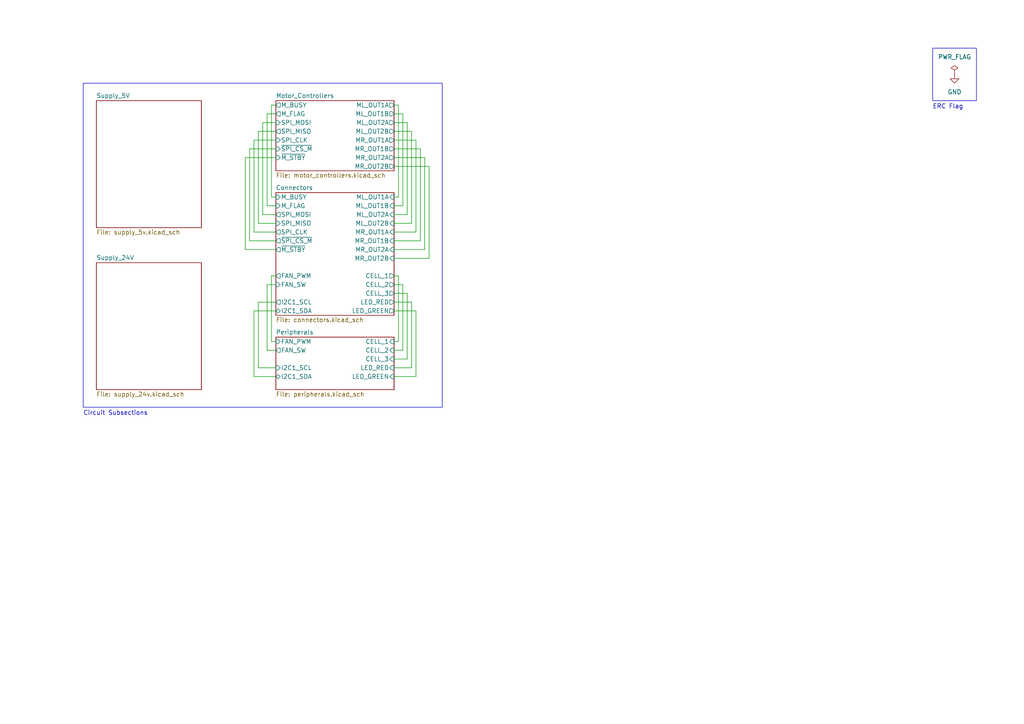
<source format=kicad_sch>
(kicad_sch (version 20230121) (generator eeschema)
  (paper "A4")
  (title_block (title "RPi Hat for MiniRys") (date "2023-11-29") (rev "6.0") (company "Kamil Adam Jabłoński"))
  (lib_symbols
    (symbol "power:GND" (power) (pin_names (offset 0))
      (property "Value" "GND" (at 0 -3.81 0))
      (symbol "GND_0_1"
        (polyline (pts (xy 0 0) (xy 0 -1.27) (xy 1.27 -1.27) (xy 0 -2.54) (xy -1.27 -1.27) (xy 0 -1.27)))
      )
      (symbol "GND_1_1"
        (pin power_in line (at 0 0 270) (length 0) hide (name "GND") (number "1"))
      )
    )
    (symbol "power:PWR_FLAG" (power) (pin_numbers hide) (pin_names (offset 0) hide)
      (property "Value" "PWR_FLAG" (at 0 3.81 0))
      (symbol "PWR_FLAG_0_0"
        (pin power_out line (at 0 0 90) (length 0) (name "pwr") (number "1"))
      )
      (symbol "PWR_FLAG_0_1"
        (polyline (pts (xy 0 0) (xy 0 1.27) (xy -1.016 1.905) (xy 0 2.54) (xy 1.016 1.905) (xy 0 1.27)))
      )
    )
  )
  (wire (pts (xy 77.47 101.6) (xy 80.01 101.6)))
  (wire (pts (xy 80.01 45.72) (xy 71.12 45.72)))
  (wire (pts (xy 80.01 43.18) (xy 72.39 43.18)))
  (wire (pts (xy 121.92 43.18) (xy 121.92 69.85)))
  (wire (pts (xy 114.3 33.02) (xy 116.84 33.02)))
  (wire (pts (xy 80.01 90.17) (xy 73.66 90.17)))
  (wire (pts (xy 124.46 74.93) (xy 114.3 74.93)))
  (wire (pts (xy 73.66 109.22) (xy 80.01 109.22)))
  (wire (pts (xy 80.01 38.1) (xy 74.93 38.1)))
  (wire (pts (xy 119.38 87.63) (xy 119.38 106.68)))
  (wire (pts (xy 80.01 35.56) (xy 76.2 35.56)))
  (wire (pts (xy 80.01 33.02) (xy 77.47 33.02)))
  (wire (pts (xy 114.3 67.31) (xy 120.65 67.31)))
  (wire (pts (xy 71.12 72.39) (xy 80.01 72.39)))
  (wire (pts (xy 114.3 90.17) (xy 120.65 90.17)))
  (wire (pts (xy 114.3 82.55) (xy 116.84 82.55)))
  (wire (pts (xy 78.74 30.48) (xy 78.74 57.15)))
  (wire (pts (xy 77.47 59.69) (xy 80.01 59.69)))
  (wire (pts (xy 80.01 30.48) (xy 78.74 30.48)))
  (wire (pts (xy 114.3 35.56) (xy 118.11 35.56)))
  (wire (pts (xy 114.3 38.1) (xy 119.38 38.1)))
  (wire (pts (xy 116.84 101.6) (xy 114.3 101.6)))
  (wire (pts (xy 119.38 106.68) (xy 114.3 106.68)))
  (wire (pts (xy 116.84 33.02) (xy 116.84 59.69)))
  (wire (pts (xy 77.47 33.02) (xy 77.47 59.69)))
  (wire (pts (xy 118.11 85.09) (xy 118.11 104.14)))
  (wire (pts (xy 124.46 48.26) (xy 124.46 74.93)))
  (wire (pts (xy 73.66 67.31) (xy 80.01 67.31)))
  (wire (pts (xy 71.12 45.72) (xy 71.12 72.39)))
  (wire (pts (xy 114.3 72.39) (xy 123.19 72.39)))
  (wire (pts (xy 115.57 30.48) (xy 115.57 57.15)))
  (wire (pts (xy 78.74 99.06) (xy 80.01 99.06)))
  (wire (pts (xy 119.38 64.77) (xy 114.3 64.77)))
  (wire (pts (xy 78.74 57.15) (xy 80.01 57.15)))
  (wire (pts (xy 118.11 104.14) (xy 114.3 104.14)))
  (wire (pts (xy 114.3 40.64) (xy 120.65 40.64)))
  (wire (pts (xy 115.57 57.15) (xy 114.3 57.15)))
  (wire (pts (xy 74.93 64.77) (xy 80.01 64.77)))
  (wire (pts (xy 80.01 87.63) (xy 74.93 87.63)))
  (wire (pts (xy 73.66 40.64) (xy 73.66 67.31)))
  (wire (pts (xy 116.84 59.69) (xy 114.3 59.69)))
  (wire (pts (xy 114.3 87.63) (xy 119.38 87.63)))
  (wire (pts (xy 114.3 45.72) (xy 123.19 45.72)))
  (wire (pts (xy 78.74 80.01) (xy 78.74 99.06)))
  (wire (pts (xy 76.2 35.56) (xy 76.2 62.23)))
  (wire (pts (xy 72.39 69.85) (xy 80.01 69.85)))
  (wire (pts (xy 73.66 90.17) (xy 73.66 109.22)))
  (wire (pts (xy 118.11 62.23) (xy 114.3 62.23)))
  (wire (pts (xy 76.2 62.23) (xy 80.01 62.23)))
  (wire (pts (xy 114.3 43.18) (xy 121.92 43.18)))
  (wire (pts (xy 80.01 40.64) (xy 73.66 40.64)))
  (wire (pts (xy 80.01 82.55) (xy 77.47 82.55)))
  (wire (pts (xy 123.19 45.72) (xy 123.19 72.39)))
  (wire (pts (xy 115.57 99.06) (xy 114.3 99.06)))
  (wire (pts (xy 115.57 80.01) (xy 115.57 99.06)))
  (wire (pts (xy 120.65 90.17) (xy 120.65 109.22)))
  (wire (pts (xy 119.38 38.1) (xy 119.38 64.77)))
  (wire (pts (xy 114.3 80.01) (xy 115.57 80.01)))
  (wire (pts (xy 74.93 38.1) (xy 74.93 64.77)))
  (wire (pts (xy 114.3 48.26) (xy 124.46 48.26)))
  (wire (pts (xy 120.65 109.22) (xy 114.3 109.22)))
  (wire (pts (xy 116.84 82.55) (xy 116.84 101.6)))
  (wire (pts (xy 120.65 40.64) (xy 120.65 67.31)))
  (wire (pts (xy 118.11 35.56) (xy 118.11 62.23)))
  (wire (pts (xy 74.93 106.68) (xy 80.01 106.68)))
  (wire (pts (xy 114.3 85.09) (xy 118.11 85.09)))
  (wire (pts (xy 74.93 87.63) (xy 74.93 106.68)))
  (wire (pts (xy 80.01 80.01) (xy 78.74 80.01)))
  (wire (pts (xy 114.3 69.85) (xy 121.92 69.85)))
  (wire (pts (xy 72.39 43.18) (xy 72.39 69.85)))
  (wire (pts (xy 77.47 82.55) (xy 77.47 101.6)))
  (wire (pts (xy 114.3 30.48) (xy 115.57 30.48)))
  (rectangle (start 24.13 24.13) (end 128.27 118.11))
  (rectangle (start 270.51 13.97) (end 283.21 29.21))
  (text "Circuit Subsections" (at 24.13 120.65 0) (effects (font (size 1.27 1.27)) (justify left bottom)))
  (text "ERC Flag" (at 270.51 31.75 0) (effects (font (size 1.27 1.27)) (justify left bottom)))
  (symbol (lib_id "power:GND") (at 276.86 21.59 0) (unit 1)
    (property "Reference" "#PWR019" (effects hide))
    (property "Value" "GND" (at 276.86 26.67 0))
  )
  (symbol (lib_id "power:PWR_FLAG") (at 276.86 21.59 0) (unit 1)
    (property "Reference" "#FLG01" (effects hide))
    (property "Value" "PWR_FLAG" (at 276.86 16.51 0))
  )
  (sheet (at 80.01 97.79) (size 34.29 15.24) (stroke (width 0.1524))
    (property "Sheetname" "Peripherals" (at 80.01 97.0784 0) (effects (justify left bottom)))
    (property "Sheetfile" "peripherals.kicad_sch" (at 80.01 113.6146 0) (effects (justify left top)))
    (pin "FAN_SW" output (at 80.01 101.6 180))
    (pin "FAN_PWM" input (at 80.01 99.06 180))
    (pin "CELL_3" input (at 114.3 104.14 0))
    (pin "I2C1_SCL" input (at 80.01 106.68 180))
    (pin "I2C1_SDA" bidirectional (at 80.01 109.22 180))
    (pin "CELL_2" input (at 114.3 101.6 0))
    (pin "CELL_1" input (at 114.3 99.06 0))
    (pin "LED_GREEN" input (at 114.3 109.22 0))
    (pin "LED_RED" input (at 114.3 106.68 0))
  )
  (sheet (at 80.01 29.21) (size 34.29 20.32) (stroke (width 0.1524))
    (property "Sheetname" "Motor_Controllers" (at 80.01 28.4984 0) (effects (justify left bottom)))
    (property "Sheetfile" "motor_controllers.kicad_sch" (at 80.01 50.1146 0) (effects (justify left top)))
    (pin "M_BUSY" output (at 80.01 30.48 180))
    (pin "M_FLAG" output (at 80.01 33.02 180))
    (pin "ML_OUT2A" output (at 114.3 35.56 0))
    (pin "SPI_MOSI" input (at 80.01 35.56 180))
    (pin "SPI_CLK" input (at 80.01 40.64 180))
    (pin "~{SPI_CS_M}" input (at 80.01 43.18 180))
    (pin "ML_OUT2B" output (at 114.3 38.1 0))
    (pin "~{M_STBY}" input (at 80.01 45.72 180))
    (pin "ML_OUT1B" output (at 114.3 33.02 0))
    (pin "ML_OUT1A" output (at 114.3 30.48 0))
    (pin "MR_OUT1B" output (at 114.3 43.18 0))
    (pin "SPI_MISO" output (at 80.01 38.1 180))
    (pin "MR_OUT1A" output (at 114.3 40.64 0))
    (pin "MR_OUT2A" output (at 114.3 45.72 0))
    (pin "MR_OUT2B" output (at 114.3 48.26 0))
  )
  (sheet (at 80.01 55.88) (size 34.29 35.56) (stroke (width 0.1524))
    (property "Sheetname" "Connectors" (at 80.01 55.1684 0) (effects (justify left bottom)))
    (property "Sheetfile" "connectors.kicad_sch" (at 80.01 92.0246 0) (effects (justify left top)))
    (pin "MR_OUT2A" input (at 114.3 72.39 0))
    (pin "MR_OUT1B" input (at 114.3 69.85 0))
    (pin "MR_OUT1A" input (at 114.3 67.31 0))
    (pin "MR_OUT2B" input (at 114.3 74.93 0))
    (pin "ML_OUT2B" input (at 114.3 64.77 0))
    (pin "ML_OUT2A" input (at 114.3 62.23 0))
    (pin "ML_OUT1A" input (at 114.3 57.15 0))
    (pin "ML_OUT1B" input (at 114.3 59.69 0))
    (pin "FAN_SW" input (at 80.01 82.55 180))
    (pin "CELL_2" output (at 114.3 82.55 0))
    (pin "CELL_3" output (at 114.3 85.09 0))
    (pin "CELL_1" output (at 114.3 80.01 0))
    (pin "SPI_CLK" output (at 80.01 67.31 180))
    (pin "SPI_MOSI" output (at 80.01 62.23 180))
    (pin "SPI_MISO" input (at 80.01 64.77 180))
    (pin "~{SPI_CS_M}" output (at 80.01 69.85 180))
    (pin "~{M_STBY}" output (at 80.01 72.39 180))
    (pin "M_FLAG" input (at 80.01 59.69 180))
    (pin "M_BUSY" input (at 80.01 57.15 180))
    (pin "LED_RED" output (at 114.3 87.63 0))
    (pin "FAN_PWM" output (at 80.01 80.01 180))
    (pin "LED_GREEN" output (at 114.3 90.17 0))
    (pin "I2C1_SDA" bidirectional (at 80.01 90.17 180))
    (pin "I2C1_SCL" output (at 80.01 87.63 180))
  )
  (sheet (at 27.94 76.2) (size 30.48 36.83) (stroke (width 0.1524))
    (property "Sheetname" "Supply_24V" (at 27.94 75.4884 0) (effects (justify left bottom)))
    (property "Sheetfile" "supply_24v.kicad_sch" (at 27.94 113.6146 0) (effects (justify left top)))
  )
  (sheet (at 27.94 29.21) (size 30.48 36.83) (stroke (width 0.1524))
    (property "Sheetname" "Supply_5V" (at 27.94 28.4984 0) (effects (justify left bottom)))
    (property "Sheetfile" "supply_5v.kicad_sch" (at 27.94 66.6246 0) (effects (justify left top)))
  )
)
</source>
